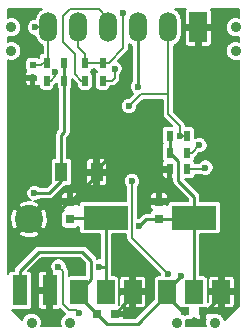
<source format=gbl>
G04 #@! TF.FileFunction,Copper,L2,Bot,Signal*
%FSLAX46Y46*%
G04 Gerber Fmt 4.6, Leading zero omitted, Abs format (unit mm)*
G04 Created by KiCad (PCBNEW 4.0.7-e2-6376~58~ubuntu17.04.1) date Mon Dec 25 20:32:12 2017*
%MOMM*%
%LPD*%
G01*
G04 APERTURE LIST*
%ADD10C,0.100000*%
%ADD11R,1.000000X1.600000*%
%ADD12R,0.500000X0.600000*%
%ADD13R,0.800000X0.750000*%
%ADD14R,0.750000X0.800000*%
%ADD15R,0.500000X0.900000*%
%ADD16R,3.800000X2.000000*%
%ADD17R,1.500000X2.000000*%
%ADD18R,1.270000X2.540000*%
%ADD19R,1.524000X2.524000*%
%ADD20O,1.524000X2.524000*%
%ADD21C,2.400000*%
%ADD22C,0.900000*%
%ADD23C,0.600000*%
%ADD24C,0.250000*%
%ADD25C,0.180000*%
G04 APERTURE END LIST*
D10*
D11*
X151000000Y-119250000D03*
X154000000Y-119250000D03*
D12*
X148590000Y-110194000D03*
X148590000Y-111294000D03*
D13*
X163000000Y-131000000D03*
X161500000Y-131000000D03*
D14*
X159250000Y-121750000D03*
X159250000Y-123250000D03*
D13*
X155500000Y-131250000D03*
X154000000Y-131250000D03*
D14*
X151750000Y-121750000D03*
X151750000Y-123250000D03*
D15*
X151250000Y-110000000D03*
X149750000Y-110000000D03*
X160159000Y-116205000D03*
X161659000Y-116205000D03*
X160159000Y-117602000D03*
X161659000Y-117602000D03*
X151245000Y-111506000D03*
X149745000Y-111506000D03*
X160159000Y-118999000D03*
X161659000Y-118999000D03*
X153000000Y-110000000D03*
X154500000Y-110000000D03*
X153000000Y-111500000D03*
X154500000Y-111500000D03*
D16*
X162250000Y-123100000D03*
D17*
X162250000Y-129400000D03*
X159950000Y-129400000D03*
X164550000Y-129400000D03*
D16*
X154750000Y-123100000D03*
D17*
X154750000Y-129400000D03*
X152450000Y-129400000D03*
X157050000Y-129400000D03*
D18*
X147480000Y-129250000D03*
X150020000Y-129250000D03*
D19*
X162600000Y-107000000D03*
D20*
X160060000Y-107000000D03*
X157520000Y-107000000D03*
X154980000Y-107000000D03*
X152440000Y-107000000D03*
X149900000Y-107000000D03*
D21*
X148250000Y-123250000D03*
D22*
X146750000Y-107000000D03*
X165750000Y-107000000D03*
X146750000Y-109000000D03*
X165750000Y-109000000D03*
X148500000Y-132000000D03*
X164000000Y-132000000D03*
X151750000Y-132000000D03*
X160750000Y-132000000D03*
D23*
X157607000Y-123825000D03*
X148717000Y-121031000D03*
X159131000Y-113919000D03*
X150495000Y-113030000D03*
X165862000Y-121158000D03*
X150622000Y-123190000D03*
X155448000Y-125095000D03*
X150622000Y-131318000D03*
X164536000Y-131064000D03*
X156718000Y-131064000D03*
X148750000Y-107000000D03*
X161163000Y-128016000D03*
X154178000Y-127254000D03*
X156250000Y-105750000D03*
X157480000Y-112014000D03*
X156718000Y-113665000D03*
X161036000Y-116205000D03*
X150749000Y-127254000D03*
X152527000Y-131191000D03*
X156972000Y-120015000D03*
X160020000Y-127889000D03*
X162687000Y-116967000D03*
X150495000Y-110744000D03*
X163195000Y-118872000D03*
X155500000Y-110500000D03*
D24*
X151250000Y-110000000D02*
X151250000Y-111501000D01*
X151250000Y-111501000D02*
X151257000Y-111508000D01*
X151257000Y-111508000D02*
X151257000Y-115824000D01*
X151257000Y-115824000D02*
X151000000Y-116081000D01*
X151000000Y-116081000D02*
X151000000Y-119250000D01*
X158182000Y-123250000D02*
X159250000Y-123250000D01*
X157607000Y-123825000D02*
X158182000Y-123250000D01*
X162250000Y-123100000D02*
X162250000Y-121356000D01*
X160909000Y-118352000D02*
X160159000Y-117602000D01*
X160909000Y-120015000D02*
X160909000Y-118352000D01*
X162250000Y-121356000D02*
X160909000Y-120015000D01*
X160159000Y-116205000D02*
X160159000Y-117602000D01*
X159250000Y-123250000D02*
X162100000Y-123250000D01*
X162100000Y-123250000D02*
X162250000Y-123100000D01*
X149987000Y-121031000D02*
X151000000Y-120018000D01*
X148717000Y-121031000D02*
X149987000Y-121031000D01*
X151000000Y-120018000D02*
X151000000Y-119250000D01*
X151000000Y-120018000D02*
X151000000Y-119250000D01*
X162250000Y-129400000D02*
X162250000Y-123100000D01*
X159250000Y-121750000D02*
X159750000Y-121750000D01*
X160159000Y-121341000D02*
X160159000Y-118999000D01*
X159750000Y-121750000D02*
X160159000Y-121341000D01*
X159131000Y-113919000D02*
X159081000Y-113919000D01*
X159081000Y-113919000D02*
X154000000Y-119000000D01*
X154000000Y-119000000D02*
X154000000Y-119250000D01*
X162600000Y-107000000D02*
X162600000Y-109000000D01*
X165862000Y-112262000D02*
X162600000Y-109000000D01*
X165862000Y-112262000D02*
X165862000Y-121158000D01*
X157927500Y-119186500D02*
X158115000Y-118999000D01*
X158115000Y-118999000D02*
X158115000Y-114935000D01*
X158115000Y-114935000D02*
X159131000Y-113919000D01*
X157921500Y-119186500D02*
X157927500Y-119186500D01*
X148590000Y-111294000D02*
X148590000Y-112268000D01*
X149352000Y-113030000D02*
X150495000Y-113030000D01*
X148590000Y-112268000D02*
X149352000Y-113030000D01*
X160159000Y-118999000D02*
X158109000Y-118999000D01*
X158109000Y-118999000D02*
X157921500Y-119186500D01*
X157921500Y-119186500D02*
X157858000Y-119250000D01*
X164550000Y-129400000D02*
X165494000Y-129400000D01*
X165862000Y-129032000D02*
X165862000Y-121158000D01*
X165494000Y-129400000D02*
X165862000Y-129032000D01*
X159250000Y-121750000D02*
X159250000Y-120642000D01*
X157858000Y-119250000D02*
X154000000Y-119250000D01*
X159250000Y-120642000D02*
X157858000Y-119250000D01*
X151750000Y-121750000D02*
X151554000Y-121750000D01*
X151554000Y-121750000D02*
X150622000Y-122682000D01*
X150622000Y-122682000D02*
X150622000Y-123190000D01*
X157050000Y-129400000D02*
X157050000Y-126697000D01*
X157050000Y-126697000D02*
X155448000Y-125095000D01*
X154000000Y-119250000D02*
X154000000Y-119500000D01*
X154000000Y-119500000D02*
X151750000Y-121750000D01*
X150020000Y-129250000D02*
X150020000Y-130716000D01*
X150020000Y-130716000D02*
X150622000Y-131318000D01*
X164550000Y-131050000D02*
X164550000Y-129400000D01*
X164536000Y-131064000D02*
X164550000Y-131050000D01*
X156210000Y-130556000D02*
X156210000Y-130540000D01*
X156202000Y-130548000D02*
X156210000Y-130556000D01*
X156718000Y-131064000D02*
X156202000Y-130548000D01*
X164550000Y-129400000D02*
X164550000Y-129700000D01*
X164550000Y-129700000D02*
X163000000Y-131250000D01*
X157050000Y-129400000D02*
X157050000Y-129700000D01*
X157050000Y-129700000D02*
X156210000Y-130540000D01*
X156210000Y-130540000D02*
X155500000Y-131250000D01*
D25*
X149750000Y-110000000D02*
X149461000Y-110000000D01*
X149267000Y-110194000D02*
X148590000Y-110194000D01*
X149461000Y-110000000D02*
X149267000Y-110194000D01*
X149900000Y-107000000D02*
X149900000Y-109850000D01*
X149900000Y-109850000D02*
X149750000Y-110000000D01*
X148750000Y-107000000D02*
X149900000Y-107000000D01*
D24*
X159950000Y-129229000D02*
X161163000Y-128016000D01*
X159950000Y-129229000D02*
X159950000Y-129400000D01*
X147480000Y-129250000D02*
X147480000Y-127602000D01*
X153543000Y-128307000D02*
X152450000Y-129400000D01*
X153543000Y-126746000D02*
X153543000Y-128307000D01*
X152781000Y-125984000D02*
X153543000Y-126746000D01*
X149098000Y-125984000D02*
X152781000Y-125984000D01*
X147480000Y-127602000D02*
X149098000Y-125984000D01*
X159950000Y-129400000D02*
X159950000Y-129610000D01*
X159950000Y-129610000D02*
X157480000Y-132080000D01*
X154830000Y-132080000D02*
X154000000Y-131250000D01*
X157480000Y-132080000D02*
X154830000Y-132080000D01*
X159950000Y-129400000D02*
X159950000Y-129700000D01*
X159950000Y-129700000D02*
X161500000Y-131250000D01*
X152450000Y-129400000D02*
X152450000Y-129700000D01*
X152450000Y-129700000D02*
X154000000Y-131250000D01*
X154750000Y-123100000D02*
X151900000Y-123100000D01*
X151900000Y-123100000D02*
X151750000Y-123250000D01*
X154178000Y-127254000D02*
X154750000Y-127254000D01*
X154750000Y-127254000D02*
X154686000Y-127254000D01*
X154686000Y-127254000D02*
X154750000Y-127254000D01*
X154750000Y-129400000D02*
X154750000Y-127254000D01*
X154750000Y-127254000D02*
X154750000Y-123100000D01*
D25*
X154500000Y-110000000D02*
X153000000Y-110000000D01*
X153000000Y-110000000D02*
X153000000Y-109250000D01*
X153000000Y-109250000D02*
X152440000Y-108690000D01*
X152440000Y-108690000D02*
X152440000Y-107000000D01*
X154500000Y-110000000D02*
X155000000Y-110000000D01*
X156250000Y-108750000D02*
X156250000Y-105750000D01*
X155000000Y-110000000D02*
X156250000Y-108750000D01*
X153000000Y-111500000D02*
X152700000Y-111500000D01*
X154150000Y-105450000D02*
X154980000Y-106280000D01*
X151750000Y-105450000D02*
X154150000Y-105450000D01*
X151150000Y-106050000D02*
X151750000Y-105450000D01*
X151150000Y-108250000D02*
X151150000Y-106050000D01*
X152150000Y-109250000D02*
X151150000Y-108250000D01*
X152150000Y-110950000D02*
X152150000Y-109250000D01*
X152700000Y-111500000D02*
X152150000Y-110950000D01*
X154980000Y-106280000D02*
X154980000Y-107000000D01*
X154980000Y-107520000D02*
X154980000Y-107000000D01*
D24*
X157520000Y-111974000D02*
X157520000Y-107000000D01*
X157480000Y-112014000D02*
X157520000Y-111974000D01*
D25*
X157734000Y-112649000D02*
X160060000Y-112649000D01*
X156718000Y-113665000D02*
X157734000Y-112649000D01*
X160060000Y-107000000D02*
X160060000Y-112649000D01*
X160060000Y-112649000D02*
X160060000Y-114340000D01*
X161036000Y-115316000D02*
X161036000Y-116205000D01*
X160060000Y-114340000D02*
X161036000Y-115316000D01*
X161659000Y-116205000D02*
X161036000Y-116205000D01*
X151130000Y-127635000D02*
X150749000Y-127254000D01*
X151130000Y-130429000D02*
X151130000Y-127635000D01*
X151638000Y-130937000D02*
X151130000Y-130429000D01*
X152273000Y-130937000D02*
X151638000Y-130937000D01*
X152527000Y-131191000D02*
X152273000Y-130937000D01*
X156972000Y-124841000D02*
X156972000Y-120015000D01*
X160020000Y-127889000D02*
X156972000Y-124841000D01*
X161659000Y-117602000D02*
X162052000Y-117602000D01*
X162052000Y-117602000D02*
X162687000Y-116967000D01*
X149745000Y-111506000D02*
X150114000Y-111506000D01*
X150495000Y-111125000D02*
X150495000Y-110744000D01*
X150114000Y-111506000D02*
X150495000Y-111125000D01*
X149745000Y-111506000D02*
X149745000Y-111748000D01*
X161659000Y-118999000D02*
X163068000Y-118999000D01*
X163068000Y-118999000D02*
X163195000Y-118872000D01*
X155500000Y-110500000D02*
X155500000Y-111250000D01*
X155500000Y-111250000D02*
X155250000Y-111500000D01*
X155250000Y-111500000D02*
X154500000Y-111500000D01*
G36*
X153028000Y-126959320D02*
X153028000Y-128002360D01*
X151700000Y-128002360D01*
X151610000Y-128019295D01*
X151610000Y-127635000D01*
X151573462Y-127451312D01*
X151559693Y-127430705D01*
X151469411Y-127295588D01*
X151438991Y-127265168D01*
X151439120Y-127117353D01*
X151334295Y-126863657D01*
X151140364Y-126669387D01*
X150886852Y-126564120D01*
X150612353Y-126563880D01*
X150358657Y-126668705D01*
X150164387Y-126862636D01*
X150059120Y-127116148D01*
X150058880Y-127390647D01*
X150163705Y-127644343D01*
X150230000Y-127710754D01*
X150230000Y-129040000D01*
X150250000Y-129040000D01*
X150250000Y-129460000D01*
X150230000Y-129460000D01*
X150230000Y-130812500D01*
X150327500Y-130910000D01*
X150732576Y-130910000D01*
X150873716Y-130851538D01*
X151298588Y-131276411D01*
X151299723Y-131277169D01*
X151274800Y-131287467D01*
X151038298Y-131523557D01*
X150910146Y-131832181D01*
X150909854Y-132166353D01*
X150958878Y-132285000D01*
X149291196Y-132285000D01*
X149339854Y-132167819D01*
X149340146Y-131833647D01*
X149212533Y-131524800D01*
X148976443Y-131288298D01*
X148667819Y-131160146D01*
X148333647Y-131159854D01*
X148024800Y-131287467D01*
X147788298Y-131523557D01*
X147683514Y-131775904D01*
X146820235Y-130912625D01*
X146845000Y-130917640D01*
X148115000Y-130917640D01*
X148259525Y-130890446D01*
X148392263Y-130805031D01*
X148481312Y-130674704D01*
X148512640Y-130520000D01*
X148512640Y-129557500D01*
X148995000Y-129557500D01*
X148995000Y-130597576D01*
X149054374Y-130740917D01*
X149164083Y-130850626D01*
X149307424Y-130910000D01*
X149712500Y-130910000D01*
X149810000Y-130812500D01*
X149810000Y-129460000D01*
X149092500Y-129460000D01*
X148995000Y-129557500D01*
X148512640Y-129557500D01*
X148512640Y-127980000D01*
X148498044Y-127902424D01*
X148995000Y-127902424D01*
X148995000Y-128942500D01*
X149092500Y-129040000D01*
X149810000Y-129040000D01*
X149810000Y-127687500D01*
X149712500Y-127590000D01*
X149307424Y-127590000D01*
X149164083Y-127649374D01*
X149054374Y-127759083D01*
X148995000Y-127902424D01*
X148498044Y-127902424D01*
X148485446Y-127835475D01*
X148400031Y-127702737D01*
X148269704Y-127613688D01*
X148208937Y-127601383D01*
X149311320Y-126499000D01*
X152567680Y-126499000D01*
X153028000Y-126959320D01*
X153028000Y-126959320D01*
G37*
X153028000Y-126959320D02*
X153028000Y-128002360D01*
X151700000Y-128002360D01*
X151610000Y-128019295D01*
X151610000Y-127635000D01*
X151573462Y-127451312D01*
X151559693Y-127430705D01*
X151469411Y-127295588D01*
X151438991Y-127265168D01*
X151439120Y-127117353D01*
X151334295Y-126863657D01*
X151140364Y-126669387D01*
X150886852Y-126564120D01*
X150612353Y-126563880D01*
X150358657Y-126668705D01*
X150164387Y-126862636D01*
X150059120Y-127116148D01*
X150058880Y-127390647D01*
X150163705Y-127644343D01*
X150230000Y-127710754D01*
X150230000Y-129040000D01*
X150250000Y-129040000D01*
X150250000Y-129460000D01*
X150230000Y-129460000D01*
X150230000Y-130812500D01*
X150327500Y-130910000D01*
X150732576Y-130910000D01*
X150873716Y-130851538D01*
X151298588Y-131276411D01*
X151299723Y-131277169D01*
X151274800Y-131287467D01*
X151038298Y-131523557D01*
X150910146Y-131832181D01*
X150909854Y-132166353D01*
X150958878Y-132285000D01*
X149291196Y-132285000D01*
X149339854Y-132167819D01*
X149340146Y-131833647D01*
X149212533Y-131524800D01*
X148976443Y-131288298D01*
X148667819Y-131160146D01*
X148333647Y-131159854D01*
X148024800Y-131287467D01*
X147788298Y-131523557D01*
X147683514Y-131775904D01*
X146820235Y-130912625D01*
X146845000Y-130917640D01*
X148115000Y-130917640D01*
X148259525Y-130890446D01*
X148392263Y-130805031D01*
X148481312Y-130674704D01*
X148512640Y-130520000D01*
X148512640Y-129557500D01*
X148995000Y-129557500D01*
X148995000Y-130597576D01*
X149054374Y-130740917D01*
X149164083Y-130850626D01*
X149307424Y-130910000D01*
X149712500Y-130910000D01*
X149810000Y-130812500D01*
X149810000Y-129460000D01*
X149092500Y-129460000D01*
X148995000Y-129557500D01*
X148512640Y-129557500D01*
X148512640Y-127980000D01*
X148498044Y-127902424D01*
X148995000Y-127902424D01*
X148995000Y-128942500D01*
X149092500Y-129040000D01*
X149810000Y-129040000D01*
X149810000Y-127687500D01*
X149712500Y-127590000D01*
X149307424Y-127590000D01*
X149164083Y-127649374D01*
X149054374Y-127759083D01*
X148995000Y-127902424D01*
X148498044Y-127902424D01*
X148485446Y-127835475D01*
X148400031Y-127702737D01*
X148269704Y-127613688D01*
X148208937Y-127601383D01*
X149311320Y-126499000D01*
X152567680Y-126499000D01*
X153028000Y-126959320D01*
G36*
X161507374Y-105517083D02*
X161448000Y-105660424D01*
X161448000Y-106692500D01*
X161545500Y-106790000D01*
X162390000Y-106790000D01*
X162390000Y-106770000D01*
X162810000Y-106770000D01*
X162810000Y-106790000D01*
X163654500Y-106790000D01*
X163752000Y-106692500D01*
X163752000Y-105660424D01*
X163692626Y-105517083D01*
X163640543Y-105465000D01*
X166035000Y-105465000D01*
X166035000Y-106208804D01*
X165917819Y-106160146D01*
X165583647Y-106159854D01*
X165274800Y-106287467D01*
X165038298Y-106523557D01*
X164910146Y-106832181D01*
X164909854Y-107166353D01*
X165037467Y-107475200D01*
X165273557Y-107711702D01*
X165582181Y-107839854D01*
X165916353Y-107840146D01*
X166035000Y-107791122D01*
X166035000Y-108208804D01*
X165917819Y-108160146D01*
X165583647Y-108159854D01*
X165274800Y-108287467D01*
X165038298Y-108523557D01*
X164910146Y-108832181D01*
X164909854Y-109166353D01*
X165037467Y-109475200D01*
X165273557Y-109711702D01*
X165582181Y-109839854D01*
X165916353Y-109840146D01*
X166035000Y-109791122D01*
X166035000Y-130557390D01*
X164816345Y-131776045D01*
X164712533Y-131524800D01*
X164476443Y-131288298D01*
X164167819Y-131160146D01*
X163833647Y-131159854D01*
X163714206Y-131209206D01*
X163692500Y-131187500D01*
X163200000Y-131187500D01*
X163200000Y-131667500D01*
X163220157Y-131687657D01*
X163160146Y-131832181D01*
X163159854Y-132166353D01*
X163208878Y-132285000D01*
X161541196Y-132285000D01*
X161589854Y-132167819D01*
X161590146Y-131833647D01*
X161564938Y-131772640D01*
X161900000Y-131772640D01*
X162044525Y-131745446D01*
X162177263Y-131660031D01*
X162251143Y-131551904D01*
X162269374Y-131595917D01*
X162379083Y-131705626D01*
X162522424Y-131765000D01*
X162702500Y-131765000D01*
X162800000Y-131667500D01*
X162800000Y-131187500D01*
X162770000Y-131187500D01*
X162770000Y-130812500D01*
X162800000Y-130812500D01*
X162800000Y-130797640D01*
X163000000Y-130797640D01*
X163144525Y-130770446D01*
X163145218Y-130770000D01*
X163200000Y-130770000D01*
X163200000Y-130812500D01*
X163692500Y-130812500D01*
X163717174Y-130787826D01*
X163722424Y-130790000D01*
X164242500Y-130790000D01*
X164340000Y-130692500D01*
X164340000Y-129610000D01*
X164760000Y-129610000D01*
X164760000Y-130692500D01*
X164857500Y-130790000D01*
X165377576Y-130790000D01*
X165520917Y-130730626D01*
X165630626Y-130620917D01*
X165690000Y-130477576D01*
X165690000Y-129707500D01*
X165592500Y-129610000D01*
X164760000Y-129610000D01*
X164340000Y-129610000D01*
X163507500Y-129610000D01*
X163410000Y-129707500D01*
X163410000Y-130235000D01*
X163397640Y-130235000D01*
X163397640Y-128400000D01*
X163383044Y-128322424D01*
X163410000Y-128322424D01*
X163410000Y-129092500D01*
X163507500Y-129190000D01*
X164340000Y-129190000D01*
X164340000Y-128107500D01*
X164760000Y-128107500D01*
X164760000Y-129190000D01*
X165592500Y-129190000D01*
X165690000Y-129092500D01*
X165690000Y-128322424D01*
X165630626Y-128179083D01*
X165520917Y-128069374D01*
X165377576Y-128010000D01*
X164857500Y-128010000D01*
X164760000Y-128107500D01*
X164340000Y-128107500D01*
X164242500Y-128010000D01*
X163722424Y-128010000D01*
X163579083Y-128069374D01*
X163469374Y-128179083D01*
X163410000Y-128322424D01*
X163383044Y-128322424D01*
X163370446Y-128255475D01*
X163285031Y-128122737D01*
X163154704Y-128033688D01*
X163000000Y-128002360D01*
X162765000Y-128002360D01*
X162765000Y-124497640D01*
X164150000Y-124497640D01*
X164294525Y-124470446D01*
X164427263Y-124385031D01*
X164516312Y-124254704D01*
X164547640Y-124100000D01*
X164547640Y-122100000D01*
X164520446Y-121955475D01*
X164435031Y-121822737D01*
X164304704Y-121733688D01*
X164150000Y-121702360D01*
X162765000Y-121702360D01*
X162765000Y-121356000D01*
X162725798Y-121158918D01*
X162614160Y-120991840D01*
X161468960Y-119846640D01*
X161909000Y-119846640D01*
X162053525Y-119819446D01*
X162186263Y-119734031D01*
X162275312Y-119603704D01*
X162300565Y-119479000D01*
X162857550Y-119479000D01*
X163057148Y-119561880D01*
X163331647Y-119562120D01*
X163585343Y-119457295D01*
X163779613Y-119263364D01*
X163884880Y-119009852D01*
X163885120Y-118735353D01*
X163780295Y-118481657D01*
X163586364Y-118287387D01*
X163332852Y-118182120D01*
X163058353Y-118181880D01*
X162804657Y-118286705D01*
X162610387Y-118480636D01*
X162594457Y-118519000D01*
X162300995Y-118519000D01*
X162279446Y-118404475D01*
X162211901Y-118299508D01*
X162275312Y-118206704D01*
X162306640Y-118052000D01*
X162306640Y-117998053D01*
X162391411Y-117941411D01*
X162675832Y-117656991D01*
X162823647Y-117657120D01*
X163077343Y-117552295D01*
X163271613Y-117358364D01*
X163376880Y-117104852D01*
X163377120Y-116830353D01*
X163272295Y-116576657D01*
X163078364Y-116382387D01*
X162824852Y-116277120D01*
X162550353Y-116276880D01*
X162306640Y-116377580D01*
X162306640Y-115755000D01*
X162279446Y-115610475D01*
X162194031Y-115477737D01*
X162063704Y-115388688D01*
X161909000Y-115357360D01*
X161516000Y-115357360D01*
X161516000Y-115316000D01*
X161479462Y-115132312D01*
X161375411Y-114976588D01*
X160540000Y-114141178D01*
X160540000Y-108570516D01*
X160874587Y-108346952D01*
X161124309Y-107973216D01*
X161212000Y-107532365D01*
X161212000Y-107307500D01*
X161448000Y-107307500D01*
X161448000Y-108339576D01*
X161507374Y-108482917D01*
X161617083Y-108592626D01*
X161760424Y-108652000D01*
X162292500Y-108652000D01*
X162390000Y-108554500D01*
X162390000Y-107210000D01*
X162810000Y-107210000D01*
X162810000Y-108554500D01*
X162907500Y-108652000D01*
X163439576Y-108652000D01*
X163582917Y-108592626D01*
X163692626Y-108482917D01*
X163752000Y-108339576D01*
X163752000Y-107307500D01*
X163654500Y-107210000D01*
X162810000Y-107210000D01*
X162390000Y-107210000D01*
X161545500Y-107210000D01*
X161448000Y-107307500D01*
X161212000Y-107307500D01*
X161212000Y-106467635D01*
X161124309Y-106026784D01*
X160874587Y-105653048D01*
X160593153Y-105465000D01*
X161559457Y-105465000D01*
X161507374Y-105517083D01*
X161507374Y-105517083D01*
G37*
X161507374Y-105517083D02*
X161448000Y-105660424D01*
X161448000Y-106692500D01*
X161545500Y-106790000D01*
X162390000Y-106790000D01*
X162390000Y-106770000D01*
X162810000Y-106770000D01*
X162810000Y-106790000D01*
X163654500Y-106790000D01*
X163752000Y-106692500D01*
X163752000Y-105660424D01*
X163692626Y-105517083D01*
X163640543Y-105465000D01*
X166035000Y-105465000D01*
X166035000Y-106208804D01*
X165917819Y-106160146D01*
X165583647Y-106159854D01*
X165274800Y-106287467D01*
X165038298Y-106523557D01*
X164910146Y-106832181D01*
X164909854Y-107166353D01*
X165037467Y-107475200D01*
X165273557Y-107711702D01*
X165582181Y-107839854D01*
X165916353Y-107840146D01*
X166035000Y-107791122D01*
X166035000Y-108208804D01*
X165917819Y-108160146D01*
X165583647Y-108159854D01*
X165274800Y-108287467D01*
X165038298Y-108523557D01*
X164910146Y-108832181D01*
X164909854Y-109166353D01*
X165037467Y-109475200D01*
X165273557Y-109711702D01*
X165582181Y-109839854D01*
X165916353Y-109840146D01*
X166035000Y-109791122D01*
X166035000Y-130557390D01*
X164816345Y-131776045D01*
X164712533Y-131524800D01*
X164476443Y-131288298D01*
X164167819Y-131160146D01*
X163833647Y-131159854D01*
X163714206Y-131209206D01*
X163692500Y-131187500D01*
X163200000Y-131187500D01*
X163200000Y-131667500D01*
X163220157Y-131687657D01*
X163160146Y-131832181D01*
X163159854Y-132166353D01*
X163208878Y-132285000D01*
X161541196Y-132285000D01*
X161589854Y-132167819D01*
X161590146Y-131833647D01*
X161564938Y-131772640D01*
X161900000Y-131772640D01*
X162044525Y-131745446D01*
X162177263Y-131660031D01*
X162251143Y-131551904D01*
X162269374Y-131595917D01*
X162379083Y-131705626D01*
X162522424Y-131765000D01*
X162702500Y-131765000D01*
X162800000Y-131667500D01*
X162800000Y-131187500D01*
X162770000Y-131187500D01*
X162770000Y-130812500D01*
X162800000Y-130812500D01*
X162800000Y-130797640D01*
X163000000Y-130797640D01*
X163144525Y-130770446D01*
X163145218Y-130770000D01*
X163200000Y-130770000D01*
X163200000Y-130812500D01*
X163692500Y-130812500D01*
X163717174Y-130787826D01*
X163722424Y-130790000D01*
X164242500Y-130790000D01*
X164340000Y-130692500D01*
X164340000Y-129610000D01*
X164760000Y-129610000D01*
X164760000Y-130692500D01*
X164857500Y-130790000D01*
X165377576Y-130790000D01*
X165520917Y-130730626D01*
X165630626Y-130620917D01*
X165690000Y-130477576D01*
X165690000Y-129707500D01*
X165592500Y-129610000D01*
X164760000Y-129610000D01*
X164340000Y-129610000D01*
X163507500Y-129610000D01*
X163410000Y-129707500D01*
X163410000Y-130235000D01*
X163397640Y-130235000D01*
X163397640Y-128400000D01*
X163383044Y-128322424D01*
X163410000Y-128322424D01*
X163410000Y-129092500D01*
X163507500Y-129190000D01*
X164340000Y-129190000D01*
X164340000Y-128107500D01*
X164760000Y-128107500D01*
X164760000Y-129190000D01*
X165592500Y-129190000D01*
X165690000Y-129092500D01*
X165690000Y-128322424D01*
X165630626Y-128179083D01*
X165520917Y-128069374D01*
X165377576Y-128010000D01*
X164857500Y-128010000D01*
X164760000Y-128107500D01*
X164340000Y-128107500D01*
X164242500Y-128010000D01*
X163722424Y-128010000D01*
X163579083Y-128069374D01*
X163469374Y-128179083D01*
X163410000Y-128322424D01*
X163383044Y-128322424D01*
X163370446Y-128255475D01*
X163285031Y-128122737D01*
X163154704Y-128033688D01*
X163000000Y-128002360D01*
X162765000Y-128002360D01*
X162765000Y-124497640D01*
X164150000Y-124497640D01*
X164294525Y-124470446D01*
X164427263Y-124385031D01*
X164516312Y-124254704D01*
X164547640Y-124100000D01*
X164547640Y-122100000D01*
X164520446Y-121955475D01*
X164435031Y-121822737D01*
X164304704Y-121733688D01*
X164150000Y-121702360D01*
X162765000Y-121702360D01*
X162765000Y-121356000D01*
X162725798Y-121158918D01*
X162614160Y-120991840D01*
X161468960Y-119846640D01*
X161909000Y-119846640D01*
X162053525Y-119819446D01*
X162186263Y-119734031D01*
X162275312Y-119603704D01*
X162300565Y-119479000D01*
X162857550Y-119479000D01*
X163057148Y-119561880D01*
X163331647Y-119562120D01*
X163585343Y-119457295D01*
X163779613Y-119263364D01*
X163884880Y-119009852D01*
X163885120Y-118735353D01*
X163780295Y-118481657D01*
X163586364Y-118287387D01*
X163332852Y-118182120D01*
X163058353Y-118181880D01*
X162804657Y-118286705D01*
X162610387Y-118480636D01*
X162594457Y-118519000D01*
X162300995Y-118519000D01*
X162279446Y-118404475D01*
X162211901Y-118299508D01*
X162275312Y-118206704D01*
X162306640Y-118052000D01*
X162306640Y-117998053D01*
X162391411Y-117941411D01*
X162675832Y-117656991D01*
X162823647Y-117657120D01*
X163077343Y-117552295D01*
X163271613Y-117358364D01*
X163376880Y-117104852D01*
X163377120Y-116830353D01*
X163272295Y-116576657D01*
X163078364Y-116382387D01*
X162824852Y-116277120D01*
X162550353Y-116276880D01*
X162306640Y-116377580D01*
X162306640Y-115755000D01*
X162279446Y-115610475D01*
X162194031Y-115477737D01*
X162063704Y-115388688D01*
X161909000Y-115357360D01*
X161516000Y-115357360D01*
X161516000Y-115316000D01*
X161479462Y-115132312D01*
X161375411Y-114976588D01*
X160540000Y-114141178D01*
X160540000Y-108570516D01*
X160874587Y-108346952D01*
X161124309Y-107973216D01*
X161212000Y-107532365D01*
X161212000Y-107307500D01*
X161448000Y-107307500D01*
X161448000Y-108339576D01*
X161507374Y-108482917D01*
X161617083Y-108592626D01*
X161760424Y-108652000D01*
X162292500Y-108652000D01*
X162390000Y-108554500D01*
X162390000Y-107210000D01*
X162810000Y-107210000D01*
X162810000Y-108554500D01*
X162907500Y-108652000D01*
X163439576Y-108652000D01*
X163582917Y-108592626D01*
X163692626Y-108482917D01*
X163752000Y-108339576D01*
X163752000Y-107307500D01*
X163654500Y-107210000D01*
X162810000Y-107210000D01*
X162390000Y-107210000D01*
X161545500Y-107210000D01*
X161448000Y-107307500D01*
X161212000Y-107307500D01*
X161212000Y-106467635D01*
X161124309Y-106026784D01*
X160874587Y-105653048D01*
X160593153Y-105465000D01*
X161559457Y-105465000D01*
X161507374Y-105517083D01*
G36*
X156492000Y-124841000D02*
X156528538Y-125024688D01*
X156632589Y-125180411D01*
X159330009Y-127877831D01*
X159329900Y-128002360D01*
X159200000Y-128002360D01*
X159055475Y-128029554D01*
X158922737Y-128114969D01*
X158833688Y-128245296D01*
X158802360Y-128400000D01*
X158802360Y-130029320D01*
X157266680Y-131565000D01*
X156290000Y-131565000D01*
X156290000Y-131535000D01*
X156192500Y-131437500D01*
X155700000Y-131437500D01*
X155700000Y-131480000D01*
X155300000Y-131480000D01*
X155300000Y-131437500D01*
X155270000Y-131437500D01*
X155270000Y-131062500D01*
X155300000Y-131062500D01*
X155300000Y-131020000D01*
X155700000Y-131020000D01*
X155700000Y-131062500D01*
X156192500Y-131062500D01*
X156290000Y-130965000D01*
X156290000Y-130797424D01*
X156286925Y-130790000D01*
X156742500Y-130790000D01*
X156840000Y-130692500D01*
X156840000Y-129610000D01*
X157260000Y-129610000D01*
X157260000Y-130692500D01*
X157357500Y-130790000D01*
X157877576Y-130790000D01*
X158020917Y-130730626D01*
X158130626Y-130620917D01*
X158190000Y-130477576D01*
X158190000Y-129707500D01*
X158092500Y-129610000D01*
X157260000Y-129610000D01*
X156840000Y-129610000D01*
X156007500Y-129610000D01*
X155910000Y-129707500D01*
X155910000Y-130477576D01*
X155913075Y-130485000D01*
X155880427Y-130485000D01*
X155897640Y-130400000D01*
X155897640Y-128400000D01*
X155883044Y-128322424D01*
X155910000Y-128322424D01*
X155910000Y-129092500D01*
X156007500Y-129190000D01*
X156840000Y-129190000D01*
X156840000Y-128107500D01*
X157260000Y-128107500D01*
X157260000Y-129190000D01*
X158092500Y-129190000D01*
X158190000Y-129092500D01*
X158190000Y-128322424D01*
X158130626Y-128179083D01*
X158020917Y-128069374D01*
X157877576Y-128010000D01*
X157357500Y-128010000D01*
X157260000Y-128107500D01*
X156840000Y-128107500D01*
X156742500Y-128010000D01*
X156222424Y-128010000D01*
X156079083Y-128069374D01*
X155969374Y-128179083D01*
X155910000Y-128322424D01*
X155883044Y-128322424D01*
X155870446Y-128255475D01*
X155785031Y-128122737D01*
X155654704Y-128033688D01*
X155500000Y-128002360D01*
X155265000Y-128002360D01*
X155265000Y-124497640D01*
X156492000Y-124497640D01*
X156492000Y-124841000D01*
X156492000Y-124841000D01*
G37*
X156492000Y-124841000D02*
X156528538Y-125024688D01*
X156632589Y-125180411D01*
X159330009Y-127877831D01*
X159329900Y-128002360D01*
X159200000Y-128002360D01*
X159055475Y-128029554D01*
X158922737Y-128114969D01*
X158833688Y-128245296D01*
X158802360Y-128400000D01*
X158802360Y-130029320D01*
X157266680Y-131565000D01*
X156290000Y-131565000D01*
X156290000Y-131535000D01*
X156192500Y-131437500D01*
X155700000Y-131437500D01*
X155700000Y-131480000D01*
X155300000Y-131480000D01*
X155300000Y-131437500D01*
X155270000Y-131437500D01*
X155270000Y-131062500D01*
X155300000Y-131062500D01*
X155300000Y-131020000D01*
X155700000Y-131020000D01*
X155700000Y-131062500D01*
X156192500Y-131062500D01*
X156290000Y-130965000D01*
X156290000Y-130797424D01*
X156286925Y-130790000D01*
X156742500Y-130790000D01*
X156840000Y-130692500D01*
X156840000Y-129610000D01*
X157260000Y-129610000D01*
X157260000Y-130692500D01*
X157357500Y-130790000D01*
X157877576Y-130790000D01*
X158020917Y-130730626D01*
X158130626Y-130620917D01*
X158190000Y-130477576D01*
X158190000Y-129707500D01*
X158092500Y-129610000D01*
X157260000Y-129610000D01*
X156840000Y-129610000D01*
X156007500Y-129610000D01*
X155910000Y-129707500D01*
X155910000Y-130477576D01*
X155913075Y-130485000D01*
X155880427Y-130485000D01*
X155897640Y-130400000D01*
X155897640Y-128400000D01*
X155883044Y-128322424D01*
X155910000Y-128322424D01*
X155910000Y-129092500D01*
X156007500Y-129190000D01*
X156840000Y-129190000D01*
X156840000Y-128107500D01*
X157260000Y-128107500D01*
X157260000Y-129190000D01*
X158092500Y-129190000D01*
X158190000Y-129092500D01*
X158190000Y-128322424D01*
X158130626Y-128179083D01*
X158020917Y-128069374D01*
X157877576Y-128010000D01*
X157357500Y-128010000D01*
X157260000Y-128107500D01*
X156840000Y-128107500D01*
X156742500Y-128010000D01*
X156222424Y-128010000D01*
X156079083Y-128069374D01*
X155969374Y-128179083D01*
X155910000Y-128322424D01*
X155883044Y-128322424D01*
X155870446Y-128255475D01*
X155785031Y-128122737D01*
X155654704Y-128033688D01*
X155500000Y-128002360D01*
X155265000Y-128002360D01*
X155265000Y-124497640D01*
X156492000Y-124497640D01*
X156492000Y-124841000D01*
G36*
X149085413Y-105653048D02*
X148835691Y-106026784D01*
X148779351Y-106310025D01*
X148613353Y-106309880D01*
X148359657Y-106414705D01*
X148165387Y-106608636D01*
X148060120Y-106862148D01*
X148059880Y-107136647D01*
X148164705Y-107390343D01*
X148358636Y-107584613D01*
X148612148Y-107689880D01*
X148779361Y-107690026D01*
X148835691Y-107973216D01*
X149085413Y-108346952D01*
X149420000Y-108570516D01*
X149420000Y-109167413D01*
X149355475Y-109179554D01*
X149222737Y-109264969D01*
X149133688Y-109395296D01*
X149102360Y-109550000D01*
X149102360Y-109601247D01*
X148994704Y-109527688D01*
X148840000Y-109496360D01*
X148340000Y-109496360D01*
X148195475Y-109523554D01*
X148062737Y-109608969D01*
X147973688Y-109739296D01*
X147942360Y-109894000D01*
X147942360Y-110494000D01*
X147969554Y-110638525D01*
X148037829Y-110744628D01*
X148009374Y-110773083D01*
X147950000Y-110916424D01*
X147950000Y-111046500D01*
X148047500Y-111144000D01*
X148465000Y-111144000D01*
X148465000Y-111064000D01*
X148715000Y-111064000D01*
X148715000Y-111144000D01*
X148820000Y-111144000D01*
X148820000Y-111444000D01*
X148715000Y-111444000D01*
X148715000Y-111886500D01*
X148812500Y-111984000D01*
X148917576Y-111984000D01*
X149060917Y-111924626D01*
X149097360Y-111888183D01*
X149097360Y-111956000D01*
X149124554Y-112100525D01*
X149209969Y-112233263D01*
X149340296Y-112322312D01*
X149495000Y-112353640D01*
X149995000Y-112353640D01*
X150139525Y-112326446D01*
X150272263Y-112241031D01*
X150361312Y-112110704D01*
X150392640Y-111956000D01*
X150392640Y-111886017D01*
X150453411Y-111845411D01*
X150597360Y-111701462D01*
X150597360Y-111956000D01*
X150624554Y-112100525D01*
X150709969Y-112233263D01*
X150742000Y-112255149D01*
X150742000Y-115610680D01*
X150635840Y-115716840D01*
X150524202Y-115883918D01*
X150485000Y-116081000D01*
X150485000Y-118055182D01*
X150355475Y-118079554D01*
X150222737Y-118164969D01*
X150133688Y-118295296D01*
X150102360Y-118450000D01*
X150102360Y-120050000D01*
X150124106Y-120165574D01*
X149773680Y-120516000D01*
X149177856Y-120516000D01*
X149108364Y-120446387D01*
X148854852Y-120341120D01*
X148580353Y-120340880D01*
X148326657Y-120445705D01*
X148132387Y-120639636D01*
X148027120Y-120893148D01*
X148026880Y-121167647D01*
X148131705Y-121421343D01*
X148325636Y-121615613D01*
X148386807Y-121641013D01*
X147791118Y-121695151D01*
X147475034Y-121826077D01*
X147331391Y-122034406D01*
X148250000Y-122953015D01*
X149168609Y-122034406D01*
X149024966Y-121826077D01*
X148687669Y-121720975D01*
X148853647Y-121721120D01*
X149107343Y-121616295D01*
X149177761Y-121546000D01*
X149987000Y-121546000D01*
X150184082Y-121506798D01*
X150351160Y-121395160D01*
X150473896Y-121272424D01*
X150985000Y-121272424D01*
X150985000Y-121452500D01*
X151082500Y-121550000D01*
X151562500Y-121550000D01*
X151562500Y-121057500D01*
X151937500Y-121057500D01*
X151937500Y-121550000D01*
X152417500Y-121550000D01*
X152515000Y-121452500D01*
X152515000Y-121272424D01*
X152455626Y-121129083D01*
X152345917Y-121019374D01*
X152202576Y-120960000D01*
X152035000Y-120960000D01*
X151937500Y-121057500D01*
X151562500Y-121057500D01*
X151465000Y-120960000D01*
X151297424Y-120960000D01*
X151154083Y-121019374D01*
X151044374Y-121129083D01*
X150985000Y-121272424D01*
X150473896Y-121272424D01*
X151298680Y-120447640D01*
X151500000Y-120447640D01*
X151644525Y-120420446D01*
X151777263Y-120335031D01*
X151866312Y-120204704D01*
X151897640Y-120050000D01*
X151897640Y-119557500D01*
X153110000Y-119557500D01*
X153110000Y-120127576D01*
X153169374Y-120270917D01*
X153279083Y-120380626D01*
X153422424Y-120440000D01*
X153692500Y-120440000D01*
X153790000Y-120342500D01*
X153790000Y-119460000D01*
X154210000Y-119460000D01*
X154210000Y-120342500D01*
X154307500Y-120440000D01*
X154577576Y-120440000D01*
X154720917Y-120380626D01*
X154830626Y-120270917D01*
X154890000Y-120127576D01*
X154890000Y-119557500D01*
X154792500Y-119460000D01*
X154210000Y-119460000D01*
X153790000Y-119460000D01*
X153207500Y-119460000D01*
X153110000Y-119557500D01*
X151897640Y-119557500D01*
X151897640Y-119306500D01*
X159519000Y-119306500D01*
X159519000Y-119526576D01*
X159578374Y-119669917D01*
X159688083Y-119779626D01*
X159831424Y-119839000D01*
X159936500Y-119839000D01*
X160034000Y-119741500D01*
X160034000Y-119209000D01*
X159616500Y-119209000D01*
X159519000Y-119306500D01*
X151897640Y-119306500D01*
X151897640Y-118450000D01*
X151883044Y-118372424D01*
X153110000Y-118372424D01*
X153110000Y-118942500D01*
X153207500Y-119040000D01*
X153790000Y-119040000D01*
X153790000Y-118157500D01*
X154210000Y-118157500D01*
X154210000Y-119040000D01*
X154792500Y-119040000D01*
X154890000Y-118942500D01*
X154890000Y-118372424D01*
X154830626Y-118229083D01*
X154720917Y-118119374D01*
X154577576Y-118060000D01*
X154307500Y-118060000D01*
X154210000Y-118157500D01*
X153790000Y-118157500D01*
X153692500Y-118060000D01*
X153422424Y-118060000D01*
X153279083Y-118119374D01*
X153169374Y-118229083D01*
X153110000Y-118372424D01*
X151883044Y-118372424D01*
X151870446Y-118305475D01*
X151785031Y-118172737D01*
X151654704Y-118083688D01*
X151515000Y-118055398D01*
X151515000Y-116294320D01*
X151621160Y-116188160D01*
X151732798Y-116021082D01*
X151772000Y-115824000D01*
X151772000Y-112241200D01*
X151772263Y-112241031D01*
X151861312Y-112110704D01*
X151892640Y-111956000D01*
X151892640Y-111371462D01*
X152352360Y-111831183D01*
X152352360Y-111950000D01*
X152379554Y-112094525D01*
X152464969Y-112227263D01*
X152595296Y-112316312D01*
X152750000Y-112347640D01*
X153250000Y-112347640D01*
X153394525Y-112320446D01*
X153527263Y-112235031D01*
X153616312Y-112104704D01*
X153647640Y-111950000D01*
X153647640Y-111050000D01*
X153620446Y-110905475D01*
X153535031Y-110772737D01*
X153502844Y-110750744D01*
X153527263Y-110735031D01*
X153616312Y-110604704D01*
X153641565Y-110480000D01*
X153858005Y-110480000D01*
X153879554Y-110594525D01*
X153964969Y-110727263D01*
X153997156Y-110749256D01*
X153972737Y-110764969D01*
X153883688Y-110895296D01*
X153852360Y-111050000D01*
X153852360Y-111950000D01*
X153879554Y-112094525D01*
X153964969Y-112227263D01*
X154095296Y-112316312D01*
X154250000Y-112347640D01*
X154750000Y-112347640D01*
X154894525Y-112320446D01*
X155027263Y-112235031D01*
X155116312Y-112104704D01*
X155141565Y-111980000D01*
X155250000Y-111980000D01*
X155433688Y-111943462D01*
X155589411Y-111839411D01*
X155839411Y-111589412D01*
X155943462Y-111433688D01*
X155964227Y-111329295D01*
X155980000Y-111250000D01*
X155980000Y-110995794D01*
X156084613Y-110891364D01*
X156189880Y-110637852D01*
X156190120Y-110363353D01*
X156085295Y-110109657D01*
X155891364Y-109915387D01*
X155800970Y-109877852D01*
X156589411Y-109089411D01*
X156693462Y-108933688D01*
X156730000Y-108750000D01*
X156730000Y-108363380D01*
X157005000Y-108547129D01*
X157005000Y-111513214D01*
X156895387Y-111622636D01*
X156790120Y-111876148D01*
X156789880Y-112150647D01*
X156894705Y-112404343D01*
X157088636Y-112598613D01*
X157100598Y-112603580D01*
X156729169Y-112975009D01*
X156581353Y-112974880D01*
X156327657Y-113079705D01*
X156133387Y-113273636D01*
X156028120Y-113527148D01*
X156027880Y-113801647D01*
X156132705Y-114055343D01*
X156326636Y-114249613D01*
X156580148Y-114354880D01*
X156854647Y-114355120D01*
X157108343Y-114250295D01*
X157302613Y-114056364D01*
X157407880Y-113802852D01*
X157408010Y-113653812D01*
X157932822Y-113129000D01*
X159580000Y-113129000D01*
X159580000Y-114340000D01*
X159616538Y-114523688D01*
X159720589Y-114679411D01*
X160398537Y-115357360D01*
X159909000Y-115357360D01*
X159764475Y-115384554D01*
X159631737Y-115469969D01*
X159542688Y-115600296D01*
X159511360Y-115755000D01*
X159511360Y-116655000D01*
X159538554Y-116799525D01*
X159606099Y-116904492D01*
X159542688Y-116997296D01*
X159511360Y-117152000D01*
X159511360Y-118052000D01*
X159538554Y-118196525D01*
X159605655Y-118300802D01*
X159578374Y-118328083D01*
X159519000Y-118471424D01*
X159519000Y-118691500D01*
X159616500Y-118789000D01*
X160034000Y-118789000D01*
X160034000Y-118769000D01*
X160284000Y-118769000D01*
X160284000Y-118789000D01*
X160389000Y-118789000D01*
X160389000Y-119209000D01*
X160284000Y-119209000D01*
X160284000Y-119741500D01*
X160381500Y-119839000D01*
X160394000Y-119839000D01*
X160394000Y-120015000D01*
X160433202Y-120212082D01*
X160544840Y-120379160D01*
X161735000Y-121569320D01*
X161735000Y-121702360D01*
X160350000Y-121702360D01*
X160205475Y-121729554D01*
X160072737Y-121814969D01*
X159983688Y-121945296D01*
X159971750Y-122004250D01*
X159917500Y-121950000D01*
X159437500Y-121950000D01*
X159437500Y-121980000D01*
X159062500Y-121980000D01*
X159062500Y-121950000D01*
X158582500Y-121950000D01*
X158485000Y-122047500D01*
X158485000Y-122227576D01*
X158544374Y-122370917D01*
X158654083Y-122480626D01*
X158699545Y-122499457D01*
X158597737Y-122564969D01*
X158508688Y-122695296D01*
X158500648Y-122735000D01*
X158182000Y-122735000D01*
X157984918Y-122774202D01*
X157817840Y-122885840D01*
X157568714Y-123134966D01*
X157470353Y-123134880D01*
X157452000Y-123142463D01*
X157452000Y-121272424D01*
X158485000Y-121272424D01*
X158485000Y-121452500D01*
X158582500Y-121550000D01*
X159062500Y-121550000D01*
X159062500Y-121057500D01*
X159437500Y-121057500D01*
X159437500Y-121550000D01*
X159917500Y-121550000D01*
X160015000Y-121452500D01*
X160015000Y-121272424D01*
X159955626Y-121129083D01*
X159845917Y-121019374D01*
X159702576Y-120960000D01*
X159535000Y-120960000D01*
X159437500Y-121057500D01*
X159062500Y-121057500D01*
X158965000Y-120960000D01*
X158797424Y-120960000D01*
X158654083Y-121019374D01*
X158544374Y-121129083D01*
X158485000Y-121272424D01*
X157452000Y-121272424D01*
X157452000Y-120510794D01*
X157556613Y-120406364D01*
X157661880Y-120152852D01*
X157662120Y-119878353D01*
X157557295Y-119624657D01*
X157363364Y-119430387D01*
X157109852Y-119325120D01*
X156835353Y-119324880D01*
X156581657Y-119429705D01*
X156387387Y-119623636D01*
X156282120Y-119877148D01*
X156281880Y-120151647D01*
X156386705Y-120405343D01*
X156492000Y-120510822D01*
X156492000Y-121702360D01*
X152850000Y-121702360D01*
X152705475Y-121729554D01*
X152572737Y-121814969D01*
X152483688Y-121945296D01*
X152471750Y-122004250D01*
X152417500Y-121950000D01*
X151937500Y-121950000D01*
X151937500Y-121980000D01*
X151562500Y-121980000D01*
X151562500Y-121950000D01*
X151082500Y-121950000D01*
X150985000Y-122047500D01*
X150985000Y-122227576D01*
X151044374Y-122370917D01*
X151154083Y-122480626D01*
X151199545Y-122499457D01*
X151097737Y-122564969D01*
X151008688Y-122695296D01*
X150977360Y-122850000D01*
X150977360Y-123650000D01*
X151004554Y-123794525D01*
X151089969Y-123927263D01*
X151220296Y-124016312D01*
X151375000Y-124047640D01*
X152125000Y-124047640D01*
X152269525Y-124020446D01*
X152402263Y-123935031D01*
X152452360Y-123861712D01*
X152452360Y-124100000D01*
X152479554Y-124244525D01*
X152564969Y-124377263D01*
X152695296Y-124466312D01*
X152850000Y-124497640D01*
X154235000Y-124497640D01*
X154235000Y-126564049D01*
X154041353Y-126563880D01*
X154023261Y-126571355D01*
X154018798Y-126548918D01*
X153907160Y-126381840D01*
X153145160Y-125619840D01*
X152978082Y-125508202D01*
X152781000Y-125469000D01*
X149098000Y-125469000D01*
X148900918Y-125508202D01*
X148733840Y-125619840D01*
X147115840Y-127237840D01*
X147004202Y-127404918D01*
X146968907Y-127582360D01*
X146845000Y-127582360D01*
X146700475Y-127609554D01*
X146567737Y-127694969D01*
X146478688Y-127825296D01*
X146465000Y-127892890D01*
X146465000Y-124465594D01*
X147331391Y-124465594D01*
X147475034Y-124673923D01*
X148078937Y-124862100D01*
X148708882Y-124804849D01*
X149024966Y-124673923D01*
X149168609Y-124465594D01*
X148250000Y-123546985D01*
X147331391Y-124465594D01*
X146465000Y-124465594D01*
X146465000Y-123078937D01*
X146637900Y-123078937D01*
X146695151Y-123708882D01*
X146826077Y-124024966D01*
X147034406Y-124168609D01*
X147953015Y-123250000D01*
X148546985Y-123250000D01*
X149465594Y-124168609D01*
X149673923Y-124024966D01*
X149862100Y-123421063D01*
X149804849Y-122791118D01*
X149673923Y-122475034D01*
X149465594Y-122331391D01*
X148546985Y-123250000D01*
X147953015Y-123250000D01*
X147034406Y-122331391D01*
X146826077Y-122475034D01*
X146637900Y-123078937D01*
X146465000Y-123078937D01*
X146465000Y-111541500D01*
X147950000Y-111541500D01*
X147950000Y-111671576D01*
X148009374Y-111814917D01*
X148119083Y-111924626D01*
X148262424Y-111984000D01*
X148367500Y-111984000D01*
X148465000Y-111886500D01*
X148465000Y-111444000D01*
X148047500Y-111444000D01*
X147950000Y-111541500D01*
X146465000Y-111541500D01*
X146465000Y-109791196D01*
X146582181Y-109839854D01*
X146916353Y-109840146D01*
X147225200Y-109712533D01*
X147461702Y-109476443D01*
X147589854Y-109167819D01*
X147590146Y-108833647D01*
X147462533Y-108524800D01*
X147226443Y-108288298D01*
X146917819Y-108160146D01*
X146583647Y-108159854D01*
X146465000Y-108208878D01*
X146465000Y-107791196D01*
X146582181Y-107839854D01*
X146916353Y-107840146D01*
X147225200Y-107712533D01*
X147461702Y-107476443D01*
X147589854Y-107167819D01*
X147590146Y-106833647D01*
X147462533Y-106524800D01*
X147226443Y-106288298D01*
X146917819Y-106160146D01*
X146583647Y-106159854D01*
X146465000Y-106208878D01*
X146465000Y-105465000D01*
X149366847Y-105465000D01*
X149085413Y-105653048D01*
X149085413Y-105653048D01*
G37*
X149085413Y-105653048D02*
X148835691Y-106026784D01*
X148779351Y-106310025D01*
X148613353Y-106309880D01*
X148359657Y-106414705D01*
X148165387Y-106608636D01*
X148060120Y-106862148D01*
X148059880Y-107136647D01*
X148164705Y-107390343D01*
X148358636Y-107584613D01*
X148612148Y-107689880D01*
X148779361Y-107690026D01*
X148835691Y-107973216D01*
X149085413Y-108346952D01*
X149420000Y-108570516D01*
X149420000Y-109167413D01*
X149355475Y-109179554D01*
X149222737Y-109264969D01*
X149133688Y-109395296D01*
X149102360Y-109550000D01*
X149102360Y-109601247D01*
X148994704Y-109527688D01*
X148840000Y-109496360D01*
X148340000Y-109496360D01*
X148195475Y-109523554D01*
X148062737Y-109608969D01*
X147973688Y-109739296D01*
X147942360Y-109894000D01*
X147942360Y-110494000D01*
X147969554Y-110638525D01*
X148037829Y-110744628D01*
X148009374Y-110773083D01*
X147950000Y-110916424D01*
X147950000Y-111046500D01*
X148047500Y-111144000D01*
X148465000Y-111144000D01*
X148465000Y-111064000D01*
X148715000Y-111064000D01*
X148715000Y-111144000D01*
X148820000Y-111144000D01*
X148820000Y-111444000D01*
X148715000Y-111444000D01*
X148715000Y-111886500D01*
X148812500Y-111984000D01*
X148917576Y-111984000D01*
X149060917Y-111924626D01*
X149097360Y-111888183D01*
X149097360Y-111956000D01*
X149124554Y-112100525D01*
X149209969Y-112233263D01*
X149340296Y-112322312D01*
X149495000Y-112353640D01*
X149995000Y-112353640D01*
X150139525Y-112326446D01*
X150272263Y-112241031D01*
X150361312Y-112110704D01*
X150392640Y-111956000D01*
X150392640Y-111886017D01*
X150453411Y-111845411D01*
X150597360Y-111701462D01*
X150597360Y-111956000D01*
X150624554Y-112100525D01*
X150709969Y-112233263D01*
X150742000Y-112255149D01*
X150742000Y-115610680D01*
X150635840Y-115716840D01*
X150524202Y-115883918D01*
X150485000Y-116081000D01*
X150485000Y-118055182D01*
X150355475Y-118079554D01*
X150222737Y-118164969D01*
X150133688Y-118295296D01*
X150102360Y-118450000D01*
X150102360Y-120050000D01*
X150124106Y-120165574D01*
X149773680Y-120516000D01*
X149177856Y-120516000D01*
X149108364Y-120446387D01*
X148854852Y-120341120D01*
X148580353Y-120340880D01*
X148326657Y-120445705D01*
X148132387Y-120639636D01*
X148027120Y-120893148D01*
X148026880Y-121167647D01*
X148131705Y-121421343D01*
X148325636Y-121615613D01*
X148386807Y-121641013D01*
X147791118Y-121695151D01*
X147475034Y-121826077D01*
X147331391Y-122034406D01*
X148250000Y-122953015D01*
X149168609Y-122034406D01*
X149024966Y-121826077D01*
X148687669Y-121720975D01*
X148853647Y-121721120D01*
X149107343Y-121616295D01*
X149177761Y-121546000D01*
X149987000Y-121546000D01*
X150184082Y-121506798D01*
X150351160Y-121395160D01*
X150473896Y-121272424D01*
X150985000Y-121272424D01*
X150985000Y-121452500D01*
X151082500Y-121550000D01*
X151562500Y-121550000D01*
X151562500Y-121057500D01*
X151937500Y-121057500D01*
X151937500Y-121550000D01*
X152417500Y-121550000D01*
X152515000Y-121452500D01*
X152515000Y-121272424D01*
X152455626Y-121129083D01*
X152345917Y-121019374D01*
X152202576Y-120960000D01*
X152035000Y-120960000D01*
X151937500Y-121057500D01*
X151562500Y-121057500D01*
X151465000Y-120960000D01*
X151297424Y-120960000D01*
X151154083Y-121019374D01*
X151044374Y-121129083D01*
X150985000Y-121272424D01*
X150473896Y-121272424D01*
X151298680Y-120447640D01*
X151500000Y-120447640D01*
X151644525Y-120420446D01*
X151777263Y-120335031D01*
X151866312Y-120204704D01*
X151897640Y-120050000D01*
X151897640Y-119557500D01*
X153110000Y-119557500D01*
X153110000Y-120127576D01*
X153169374Y-120270917D01*
X153279083Y-120380626D01*
X153422424Y-120440000D01*
X153692500Y-120440000D01*
X153790000Y-120342500D01*
X153790000Y-119460000D01*
X154210000Y-119460000D01*
X154210000Y-120342500D01*
X154307500Y-120440000D01*
X154577576Y-120440000D01*
X154720917Y-120380626D01*
X154830626Y-120270917D01*
X154890000Y-120127576D01*
X154890000Y-119557500D01*
X154792500Y-119460000D01*
X154210000Y-119460000D01*
X153790000Y-119460000D01*
X153207500Y-119460000D01*
X153110000Y-119557500D01*
X151897640Y-119557500D01*
X151897640Y-119306500D01*
X159519000Y-119306500D01*
X159519000Y-119526576D01*
X159578374Y-119669917D01*
X159688083Y-119779626D01*
X159831424Y-119839000D01*
X159936500Y-119839000D01*
X160034000Y-119741500D01*
X160034000Y-119209000D01*
X159616500Y-119209000D01*
X159519000Y-119306500D01*
X151897640Y-119306500D01*
X151897640Y-118450000D01*
X151883044Y-118372424D01*
X153110000Y-118372424D01*
X153110000Y-118942500D01*
X153207500Y-119040000D01*
X153790000Y-119040000D01*
X153790000Y-118157500D01*
X154210000Y-118157500D01*
X154210000Y-119040000D01*
X154792500Y-119040000D01*
X154890000Y-118942500D01*
X154890000Y-118372424D01*
X154830626Y-118229083D01*
X154720917Y-118119374D01*
X154577576Y-118060000D01*
X154307500Y-118060000D01*
X154210000Y-118157500D01*
X153790000Y-118157500D01*
X153692500Y-118060000D01*
X153422424Y-118060000D01*
X153279083Y-118119374D01*
X153169374Y-118229083D01*
X153110000Y-118372424D01*
X151883044Y-118372424D01*
X151870446Y-118305475D01*
X151785031Y-118172737D01*
X151654704Y-118083688D01*
X151515000Y-118055398D01*
X151515000Y-116294320D01*
X151621160Y-116188160D01*
X151732798Y-116021082D01*
X151772000Y-115824000D01*
X151772000Y-112241200D01*
X151772263Y-112241031D01*
X151861312Y-112110704D01*
X151892640Y-111956000D01*
X151892640Y-111371462D01*
X152352360Y-111831183D01*
X152352360Y-111950000D01*
X152379554Y-112094525D01*
X152464969Y-112227263D01*
X152595296Y-112316312D01*
X152750000Y-112347640D01*
X153250000Y-112347640D01*
X153394525Y-112320446D01*
X153527263Y-112235031D01*
X153616312Y-112104704D01*
X153647640Y-111950000D01*
X153647640Y-111050000D01*
X153620446Y-110905475D01*
X153535031Y-110772737D01*
X153502844Y-110750744D01*
X153527263Y-110735031D01*
X153616312Y-110604704D01*
X153641565Y-110480000D01*
X153858005Y-110480000D01*
X153879554Y-110594525D01*
X153964969Y-110727263D01*
X153997156Y-110749256D01*
X153972737Y-110764969D01*
X153883688Y-110895296D01*
X153852360Y-111050000D01*
X153852360Y-111950000D01*
X153879554Y-112094525D01*
X153964969Y-112227263D01*
X154095296Y-112316312D01*
X154250000Y-112347640D01*
X154750000Y-112347640D01*
X154894525Y-112320446D01*
X155027263Y-112235031D01*
X155116312Y-112104704D01*
X155141565Y-111980000D01*
X155250000Y-111980000D01*
X155433688Y-111943462D01*
X155589411Y-111839411D01*
X155839411Y-111589412D01*
X155943462Y-111433688D01*
X155964227Y-111329295D01*
X155980000Y-111250000D01*
X155980000Y-110995794D01*
X156084613Y-110891364D01*
X156189880Y-110637852D01*
X156190120Y-110363353D01*
X156085295Y-110109657D01*
X155891364Y-109915387D01*
X155800970Y-109877852D01*
X156589411Y-109089411D01*
X156693462Y-108933688D01*
X156730000Y-108750000D01*
X156730000Y-108363380D01*
X157005000Y-108547129D01*
X157005000Y-111513214D01*
X156895387Y-111622636D01*
X156790120Y-111876148D01*
X156789880Y-112150647D01*
X156894705Y-112404343D01*
X157088636Y-112598613D01*
X157100598Y-112603580D01*
X156729169Y-112975009D01*
X156581353Y-112974880D01*
X156327657Y-113079705D01*
X156133387Y-113273636D01*
X156028120Y-113527148D01*
X156027880Y-113801647D01*
X156132705Y-114055343D01*
X156326636Y-114249613D01*
X156580148Y-114354880D01*
X156854647Y-114355120D01*
X157108343Y-114250295D01*
X157302613Y-114056364D01*
X157407880Y-113802852D01*
X157408010Y-113653812D01*
X157932822Y-113129000D01*
X159580000Y-113129000D01*
X159580000Y-114340000D01*
X159616538Y-114523688D01*
X159720589Y-114679411D01*
X160398537Y-115357360D01*
X159909000Y-115357360D01*
X159764475Y-115384554D01*
X159631737Y-115469969D01*
X159542688Y-115600296D01*
X159511360Y-115755000D01*
X159511360Y-116655000D01*
X159538554Y-116799525D01*
X159606099Y-116904492D01*
X159542688Y-116997296D01*
X159511360Y-117152000D01*
X159511360Y-118052000D01*
X159538554Y-118196525D01*
X159605655Y-118300802D01*
X159578374Y-118328083D01*
X159519000Y-118471424D01*
X159519000Y-118691500D01*
X159616500Y-118789000D01*
X160034000Y-118789000D01*
X160034000Y-118769000D01*
X160284000Y-118769000D01*
X160284000Y-118789000D01*
X160389000Y-118789000D01*
X160389000Y-119209000D01*
X160284000Y-119209000D01*
X160284000Y-119741500D01*
X160381500Y-119839000D01*
X160394000Y-119839000D01*
X160394000Y-120015000D01*
X160433202Y-120212082D01*
X160544840Y-120379160D01*
X161735000Y-121569320D01*
X161735000Y-121702360D01*
X160350000Y-121702360D01*
X160205475Y-121729554D01*
X160072737Y-121814969D01*
X159983688Y-121945296D01*
X159971750Y-122004250D01*
X159917500Y-121950000D01*
X159437500Y-121950000D01*
X159437500Y-121980000D01*
X159062500Y-121980000D01*
X159062500Y-121950000D01*
X158582500Y-121950000D01*
X158485000Y-122047500D01*
X158485000Y-122227576D01*
X158544374Y-122370917D01*
X158654083Y-122480626D01*
X158699545Y-122499457D01*
X158597737Y-122564969D01*
X158508688Y-122695296D01*
X158500648Y-122735000D01*
X158182000Y-122735000D01*
X157984918Y-122774202D01*
X157817840Y-122885840D01*
X157568714Y-123134966D01*
X157470353Y-123134880D01*
X157452000Y-123142463D01*
X157452000Y-121272424D01*
X158485000Y-121272424D01*
X158485000Y-121452500D01*
X158582500Y-121550000D01*
X159062500Y-121550000D01*
X159062500Y-121057500D01*
X159437500Y-121057500D01*
X159437500Y-121550000D01*
X159917500Y-121550000D01*
X160015000Y-121452500D01*
X160015000Y-121272424D01*
X159955626Y-121129083D01*
X159845917Y-121019374D01*
X159702576Y-120960000D01*
X159535000Y-120960000D01*
X159437500Y-121057500D01*
X159062500Y-121057500D01*
X158965000Y-120960000D01*
X158797424Y-120960000D01*
X158654083Y-121019374D01*
X158544374Y-121129083D01*
X158485000Y-121272424D01*
X157452000Y-121272424D01*
X157452000Y-120510794D01*
X157556613Y-120406364D01*
X157661880Y-120152852D01*
X157662120Y-119878353D01*
X157557295Y-119624657D01*
X157363364Y-119430387D01*
X157109852Y-119325120D01*
X156835353Y-119324880D01*
X156581657Y-119429705D01*
X156387387Y-119623636D01*
X156282120Y-119877148D01*
X156281880Y-120151647D01*
X156386705Y-120405343D01*
X156492000Y-120510822D01*
X156492000Y-121702360D01*
X152850000Y-121702360D01*
X152705475Y-121729554D01*
X152572737Y-121814969D01*
X152483688Y-121945296D01*
X152471750Y-122004250D01*
X152417500Y-121950000D01*
X151937500Y-121950000D01*
X151937500Y-121980000D01*
X151562500Y-121980000D01*
X151562500Y-121950000D01*
X151082500Y-121950000D01*
X150985000Y-122047500D01*
X150985000Y-122227576D01*
X151044374Y-122370917D01*
X151154083Y-122480626D01*
X151199545Y-122499457D01*
X151097737Y-122564969D01*
X151008688Y-122695296D01*
X150977360Y-122850000D01*
X150977360Y-123650000D01*
X151004554Y-123794525D01*
X151089969Y-123927263D01*
X151220296Y-124016312D01*
X151375000Y-124047640D01*
X152125000Y-124047640D01*
X152269525Y-124020446D01*
X152402263Y-123935031D01*
X152452360Y-123861712D01*
X152452360Y-124100000D01*
X152479554Y-124244525D01*
X152564969Y-124377263D01*
X152695296Y-124466312D01*
X152850000Y-124497640D01*
X154235000Y-124497640D01*
X154235000Y-126564049D01*
X154041353Y-126563880D01*
X154023261Y-126571355D01*
X154018798Y-126548918D01*
X153907160Y-126381840D01*
X153145160Y-125619840D01*
X152978082Y-125508202D01*
X152781000Y-125469000D01*
X149098000Y-125469000D01*
X148900918Y-125508202D01*
X148733840Y-125619840D01*
X147115840Y-127237840D01*
X147004202Y-127404918D01*
X146968907Y-127582360D01*
X146845000Y-127582360D01*
X146700475Y-127609554D01*
X146567737Y-127694969D01*
X146478688Y-127825296D01*
X146465000Y-127892890D01*
X146465000Y-124465594D01*
X147331391Y-124465594D01*
X147475034Y-124673923D01*
X148078937Y-124862100D01*
X148708882Y-124804849D01*
X149024966Y-124673923D01*
X149168609Y-124465594D01*
X148250000Y-123546985D01*
X147331391Y-124465594D01*
X146465000Y-124465594D01*
X146465000Y-123078937D01*
X146637900Y-123078937D01*
X146695151Y-123708882D01*
X146826077Y-124024966D01*
X147034406Y-124168609D01*
X147953015Y-123250000D01*
X148546985Y-123250000D01*
X149465594Y-124168609D01*
X149673923Y-124024966D01*
X149862100Y-123421063D01*
X149804849Y-122791118D01*
X149673923Y-122475034D01*
X149465594Y-122331391D01*
X148546985Y-123250000D01*
X147953015Y-123250000D01*
X147034406Y-122331391D01*
X146826077Y-122475034D01*
X146637900Y-123078937D01*
X146465000Y-123078937D01*
X146465000Y-111541500D01*
X147950000Y-111541500D01*
X147950000Y-111671576D01*
X148009374Y-111814917D01*
X148119083Y-111924626D01*
X148262424Y-111984000D01*
X148367500Y-111984000D01*
X148465000Y-111886500D01*
X148465000Y-111444000D01*
X148047500Y-111444000D01*
X147950000Y-111541500D01*
X146465000Y-111541500D01*
X146465000Y-109791196D01*
X146582181Y-109839854D01*
X146916353Y-109840146D01*
X147225200Y-109712533D01*
X147461702Y-109476443D01*
X147589854Y-109167819D01*
X147590146Y-108833647D01*
X147462533Y-108524800D01*
X147226443Y-108288298D01*
X146917819Y-108160146D01*
X146583647Y-108159854D01*
X146465000Y-108208878D01*
X146465000Y-107791196D01*
X146582181Y-107839854D01*
X146916353Y-107840146D01*
X147225200Y-107712533D01*
X147461702Y-107476443D01*
X147589854Y-107167819D01*
X147590146Y-106833647D01*
X147462533Y-106524800D01*
X147226443Y-106288298D01*
X146917819Y-106160146D01*
X146583647Y-106159854D01*
X146465000Y-106208878D01*
X146465000Y-105465000D01*
X149366847Y-105465000D01*
X149085413Y-105653048D01*
M02*

</source>
